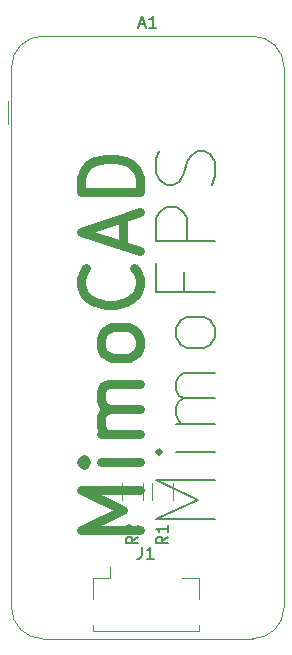
<source format=gbr>
%TF.GenerationSoftware,KiCad,Pcbnew,7.0.8*%
%TF.CreationDate,2024-08-15T13:25:32-04:00*%
%TF.ProjectId,R503toFeather,52353033-746f-4466-9561-746865722e6b,rev?*%
%TF.SameCoordinates,Original*%
%TF.FileFunction,Legend,Top*%
%TF.FilePolarity,Positive*%
%FSLAX46Y46*%
G04 Gerber Fmt 4.6, Leading zero omitted, Abs format (unit mm)*
G04 Created by KiCad (PCBNEW 7.0.8) date 2024-08-15 13:25:32*
%MOMM*%
%LPD*%
G01*
G04 APERTURE LIST*
%ADD10C,0.150000*%
%ADD11C,0.750000*%
%ADD12C,0.120000*%
G04 APERTURE END LIST*
D10*
X31130295Y-54590839D02*
X26130295Y-54590839D01*
X26130295Y-54590839D02*
X29701723Y-52924173D01*
X29701723Y-52924173D02*
X26130295Y-51257506D01*
X26130295Y-51257506D02*
X31130295Y-51257506D01*
X31130295Y-48876553D02*
X27796961Y-48876553D01*
X26130295Y-48876553D02*
X26368390Y-49114649D01*
X26368390Y-49114649D02*
X26606485Y-48876553D01*
X26606485Y-48876553D02*
X26368390Y-48638458D01*
X26368390Y-48638458D02*
X26130295Y-48876553D01*
X26130295Y-48876553D02*
X26606485Y-48876553D01*
X31130295Y-46495601D02*
X27796961Y-46495601D01*
X28273152Y-46495601D02*
X28035057Y-46257506D01*
X28035057Y-46257506D02*
X27796961Y-45781316D01*
X27796961Y-45781316D02*
X27796961Y-45067030D01*
X27796961Y-45067030D02*
X28035057Y-44590839D01*
X28035057Y-44590839D02*
X28511247Y-44352744D01*
X28511247Y-44352744D02*
X31130295Y-44352744D01*
X28511247Y-44352744D02*
X28035057Y-44114649D01*
X28035057Y-44114649D02*
X27796961Y-43638458D01*
X27796961Y-43638458D02*
X27796961Y-42924173D01*
X27796961Y-42924173D02*
X28035057Y-42447982D01*
X28035057Y-42447982D02*
X28511247Y-42209887D01*
X28511247Y-42209887D02*
X31130295Y-42209887D01*
X31130295Y-39114649D02*
X30892200Y-39590839D01*
X30892200Y-39590839D02*
X30654104Y-39828934D01*
X30654104Y-39828934D02*
X30177914Y-40067030D01*
X30177914Y-40067030D02*
X28749342Y-40067030D01*
X28749342Y-40067030D02*
X28273152Y-39828934D01*
X28273152Y-39828934D02*
X28035057Y-39590839D01*
X28035057Y-39590839D02*
X27796961Y-39114649D01*
X27796961Y-39114649D02*
X27796961Y-38400363D01*
X27796961Y-38400363D02*
X28035057Y-37924172D01*
X28035057Y-37924172D02*
X28273152Y-37686077D01*
X28273152Y-37686077D02*
X28749342Y-37447982D01*
X28749342Y-37447982D02*
X30177914Y-37447982D01*
X30177914Y-37447982D02*
X30654104Y-37686077D01*
X30654104Y-37686077D02*
X30892200Y-37924172D01*
X30892200Y-37924172D02*
X31130295Y-38400363D01*
X31130295Y-38400363D02*
X31130295Y-39114649D01*
X28511247Y-33638458D02*
X28511247Y-35305124D01*
X31130295Y-35305124D02*
X26130295Y-35305124D01*
X26130295Y-35305124D02*
X26130295Y-32924172D01*
X31130295Y-31019410D02*
X26130295Y-31019410D01*
X26130295Y-31019410D02*
X26130295Y-29114648D01*
X26130295Y-29114648D02*
X26368390Y-28638458D01*
X26368390Y-28638458D02*
X26606485Y-28400363D01*
X26606485Y-28400363D02*
X27082676Y-28162267D01*
X27082676Y-28162267D02*
X27796961Y-28162267D01*
X27796961Y-28162267D02*
X28273152Y-28400363D01*
X28273152Y-28400363D02*
X28511247Y-28638458D01*
X28511247Y-28638458D02*
X28749342Y-29114648D01*
X28749342Y-29114648D02*
X28749342Y-31019410D01*
X30892200Y-26257506D02*
X31130295Y-25543220D01*
X31130295Y-25543220D02*
X31130295Y-24352744D01*
X31130295Y-24352744D02*
X30892200Y-23876553D01*
X30892200Y-23876553D02*
X30654104Y-23638458D01*
X30654104Y-23638458D02*
X30177914Y-23400363D01*
X30177914Y-23400363D02*
X29701723Y-23400363D01*
X29701723Y-23400363D02*
X29225533Y-23638458D01*
X29225533Y-23638458D02*
X28987438Y-23876553D01*
X28987438Y-23876553D02*
X28749342Y-24352744D01*
X28749342Y-24352744D02*
X28511247Y-25305125D01*
X28511247Y-25305125D02*
X28273152Y-25781315D01*
X28273152Y-25781315D02*
X28035057Y-26019410D01*
X28035057Y-26019410D02*
X27558866Y-26257506D01*
X27558866Y-26257506D02*
X27082676Y-26257506D01*
X27082676Y-26257506D02*
X26606485Y-26019410D01*
X26606485Y-26019410D02*
X26368390Y-25781315D01*
X26368390Y-25781315D02*
X26130295Y-25305125D01*
X26130295Y-25305125D02*
X26130295Y-24114648D01*
X26130295Y-24114648D02*
X26368390Y-23400363D01*
D11*
X24749095Y-55466102D02*
X19749095Y-55466102D01*
X19749095Y-55466102D02*
X23320523Y-53799436D01*
X23320523Y-53799436D02*
X19749095Y-52132769D01*
X19749095Y-52132769D02*
X24749095Y-52132769D01*
X24749095Y-49751816D02*
X21415761Y-49751816D01*
X19749095Y-49751816D02*
X19987190Y-49989912D01*
X19987190Y-49989912D02*
X20225285Y-49751816D01*
X20225285Y-49751816D02*
X19987190Y-49513721D01*
X19987190Y-49513721D02*
X19749095Y-49751816D01*
X19749095Y-49751816D02*
X20225285Y-49751816D01*
X24749095Y-47370864D02*
X21415761Y-47370864D01*
X21891952Y-47370864D02*
X21653857Y-47132769D01*
X21653857Y-47132769D02*
X21415761Y-46656579D01*
X21415761Y-46656579D02*
X21415761Y-45942293D01*
X21415761Y-45942293D02*
X21653857Y-45466102D01*
X21653857Y-45466102D02*
X22130047Y-45228007D01*
X22130047Y-45228007D02*
X24749095Y-45228007D01*
X22130047Y-45228007D02*
X21653857Y-44989912D01*
X21653857Y-44989912D02*
X21415761Y-44513721D01*
X21415761Y-44513721D02*
X21415761Y-43799436D01*
X21415761Y-43799436D02*
X21653857Y-43323245D01*
X21653857Y-43323245D02*
X22130047Y-43085150D01*
X22130047Y-43085150D02*
X24749095Y-43085150D01*
X24749095Y-39989912D02*
X24511000Y-40466102D01*
X24511000Y-40466102D02*
X24272904Y-40704197D01*
X24272904Y-40704197D02*
X23796714Y-40942293D01*
X23796714Y-40942293D02*
X22368142Y-40942293D01*
X22368142Y-40942293D02*
X21891952Y-40704197D01*
X21891952Y-40704197D02*
X21653857Y-40466102D01*
X21653857Y-40466102D02*
X21415761Y-39989912D01*
X21415761Y-39989912D02*
X21415761Y-39275626D01*
X21415761Y-39275626D02*
X21653857Y-38799435D01*
X21653857Y-38799435D02*
X21891952Y-38561340D01*
X21891952Y-38561340D02*
X22368142Y-38323245D01*
X22368142Y-38323245D02*
X23796714Y-38323245D01*
X23796714Y-38323245D02*
X24272904Y-38561340D01*
X24272904Y-38561340D02*
X24511000Y-38799435D01*
X24511000Y-38799435D02*
X24749095Y-39275626D01*
X24749095Y-39275626D02*
X24749095Y-39989912D01*
X24272904Y-33323244D02*
X24511000Y-33561340D01*
X24511000Y-33561340D02*
X24749095Y-34275625D01*
X24749095Y-34275625D02*
X24749095Y-34751816D01*
X24749095Y-34751816D02*
X24511000Y-35466102D01*
X24511000Y-35466102D02*
X24034809Y-35942292D01*
X24034809Y-35942292D02*
X23558619Y-36180387D01*
X23558619Y-36180387D02*
X22606238Y-36418483D01*
X22606238Y-36418483D02*
X21891952Y-36418483D01*
X21891952Y-36418483D02*
X20939571Y-36180387D01*
X20939571Y-36180387D02*
X20463380Y-35942292D01*
X20463380Y-35942292D02*
X19987190Y-35466102D01*
X19987190Y-35466102D02*
X19749095Y-34751816D01*
X19749095Y-34751816D02*
X19749095Y-34275625D01*
X19749095Y-34275625D02*
X19987190Y-33561340D01*
X19987190Y-33561340D02*
X20225285Y-33323244D01*
X23320523Y-31418483D02*
X23320523Y-29037530D01*
X24749095Y-31894673D02*
X19749095Y-30228006D01*
X19749095Y-30228006D02*
X24749095Y-28561340D01*
X24749095Y-26894673D02*
X19749095Y-26894673D01*
X19749095Y-26894673D02*
X19749095Y-25704197D01*
X19749095Y-25704197D02*
X19987190Y-24989911D01*
X19987190Y-24989911D02*
X20463380Y-24513721D01*
X20463380Y-24513721D02*
X20939571Y-24275626D01*
X20939571Y-24275626D02*
X21891952Y-24037530D01*
X21891952Y-24037530D02*
X22606238Y-24037530D01*
X22606238Y-24037530D02*
X23558619Y-24275626D01*
X23558619Y-24275626D02*
X24034809Y-24513721D01*
X24034809Y-24513721D02*
X24511000Y-24989911D01*
X24511000Y-24989911D02*
X24749095Y-25704197D01*
X24749095Y-25704197D02*
X24749095Y-26894673D01*
D10*
X24584819Y-56046666D02*
X24108628Y-56379999D01*
X24584819Y-56618094D02*
X23584819Y-56618094D01*
X23584819Y-56618094D02*
X23584819Y-56237142D01*
X23584819Y-56237142D02*
X23632438Y-56141904D01*
X23632438Y-56141904D02*
X23680057Y-56094285D01*
X23680057Y-56094285D02*
X23775295Y-56046666D01*
X23775295Y-56046666D02*
X23918152Y-56046666D01*
X23918152Y-56046666D02*
X24013390Y-56094285D01*
X24013390Y-56094285D02*
X24061009Y-56141904D01*
X24061009Y-56141904D02*
X24108628Y-56237142D01*
X24108628Y-56237142D02*
X24108628Y-56618094D01*
X23680057Y-55665713D02*
X23632438Y-55618094D01*
X23632438Y-55618094D02*
X23584819Y-55522856D01*
X23584819Y-55522856D02*
X23584819Y-55284761D01*
X23584819Y-55284761D02*
X23632438Y-55189523D01*
X23632438Y-55189523D02*
X23680057Y-55141904D01*
X23680057Y-55141904D02*
X23775295Y-55094285D01*
X23775295Y-55094285D02*
X23870533Y-55094285D01*
X23870533Y-55094285D02*
X24013390Y-55141904D01*
X24013390Y-55141904D02*
X24584819Y-55713332D01*
X24584819Y-55713332D02*
X24584819Y-55094285D01*
X27124819Y-56046666D02*
X26648628Y-56379999D01*
X27124819Y-56618094D02*
X26124819Y-56618094D01*
X26124819Y-56618094D02*
X26124819Y-56237142D01*
X26124819Y-56237142D02*
X26172438Y-56141904D01*
X26172438Y-56141904D02*
X26220057Y-56094285D01*
X26220057Y-56094285D02*
X26315295Y-56046666D01*
X26315295Y-56046666D02*
X26458152Y-56046666D01*
X26458152Y-56046666D02*
X26553390Y-56094285D01*
X26553390Y-56094285D02*
X26601009Y-56141904D01*
X26601009Y-56141904D02*
X26648628Y-56237142D01*
X26648628Y-56237142D02*
X26648628Y-56618094D01*
X27124819Y-55094285D02*
X27124819Y-55665713D01*
X27124819Y-55379999D02*
X26124819Y-55379999D01*
X26124819Y-55379999D02*
X26267676Y-55475237D01*
X26267676Y-55475237D02*
X26362914Y-55570475D01*
X26362914Y-55570475D02*
X26410533Y-55665713D01*
X24926666Y-56914819D02*
X24926666Y-57629104D01*
X24926666Y-57629104D02*
X24879047Y-57771961D01*
X24879047Y-57771961D02*
X24783809Y-57867200D01*
X24783809Y-57867200D02*
X24640952Y-57914819D01*
X24640952Y-57914819D02*
X24545714Y-57914819D01*
X25926666Y-57914819D02*
X25355238Y-57914819D01*
X25640952Y-57914819D02*
X25640952Y-56914819D01*
X25640952Y-56914819D02*
X25545714Y-57057676D01*
X25545714Y-57057676D02*
X25450476Y-57152914D01*
X25450476Y-57152914D02*
X25355238Y-57200533D01*
X24700714Y-12679104D02*
X25176904Y-12679104D01*
X24605476Y-12964819D02*
X24938809Y-11964819D01*
X24938809Y-11964819D02*
X25272142Y-12964819D01*
X26129285Y-12964819D02*
X25557857Y-12964819D01*
X25843571Y-12964819D02*
X25843571Y-11964819D01*
X25843571Y-11964819D02*
X25748333Y-12107676D01*
X25748333Y-12107676D02*
X25653095Y-12202914D01*
X25653095Y-12202914D02*
X25557857Y-12250533D01*
D12*
%TO.C,R2*%
X25040000Y-51535436D02*
X25040000Y-52989564D01*
X23220000Y-51535436D02*
X23220000Y-52989564D01*
%TO.C,R1*%
X25760000Y-52989564D02*
X25760000Y-51535436D01*
X27580000Y-52989564D02*
X27580000Y-51535436D01*
%TO.C,J1*%
X20750000Y-59550000D02*
X22200000Y-59550000D01*
X20750000Y-61300000D02*
X20750000Y-59550000D01*
X20750000Y-63520000D02*
X20750000Y-64070000D01*
X20750000Y-64070000D02*
X29770000Y-64070000D01*
X22200000Y-59550000D02*
X22200000Y-58660000D01*
X29770000Y-59550000D02*
X28320000Y-59550000D01*
X29770000Y-61300000D02*
X29770000Y-59550000D01*
X29770000Y-64070000D02*
X29770000Y-63520000D01*
%TO.C,A1*%
X13555000Y-21130000D02*
X13555000Y-19130000D01*
X13875000Y-16320000D02*
X13875000Y-62040000D01*
X34305000Y-13670000D02*
X16525000Y-13670000D01*
X34305000Y-64690000D02*
X16525000Y-64690000D01*
X36955000Y-16320000D02*
X36955000Y-62040000D01*
X16525000Y-13670000D02*
G75*
G03*
X13875000Y-16320000I0J-2650000D01*
G01*
X13875000Y-62040000D02*
G75*
G03*
X16525000Y-64690000I2650000J0D01*
G01*
X36955000Y-16320000D02*
G75*
G03*
X34305000Y-13670000I-2650000J0D01*
G01*
X34305000Y-64690000D02*
G75*
G03*
X36955000Y-62040000I0J2650000D01*
G01*
%TD*%
M02*

</source>
